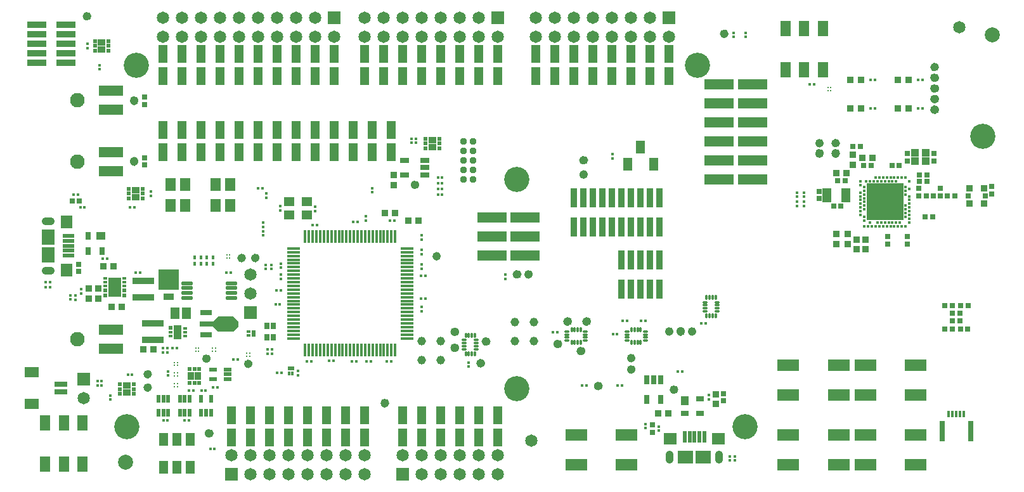
<source format=gts>
G04*
G04 #@! TF.GenerationSoftware,Altium Limited,Altium Designer,19.0.15 (446)*
G04*
G04 Layer_Color=8388736*
%FSLAX24Y24*%
%MOIN*%
G70*
G01*
G75*
%ADD114C,0.0240*%
%ADD115R,0.0375X0.0355*%
%ADD116R,0.0296X0.0257*%
%ADD117R,0.0316X0.0257*%
%ADD118R,0.0355X0.0375*%
%ADD119R,0.0257X0.0296*%
%ADD120R,0.0434X0.0395*%
%ADD121R,0.0178X0.0166*%
%ADD122O,0.0118X0.0287*%
%ADD123O,0.0287X0.0118*%
%ADD124C,0.0132*%
%ADD125O,0.0611X0.0217*%
%ADD126C,0.0148*%
%ADD127R,0.1949X0.1949*%
%ADD128R,0.0359X0.1005*%
%ADD129R,0.0532X0.0493*%
%ADD130R,0.0454X0.0769*%
%ADD131R,0.0198X0.0414*%
%ADD132R,0.0454X0.0296*%
%ADD133R,0.0296X0.0454*%
%ADD134R,0.0414X0.0198*%
%ADD135R,0.0690X0.1044*%
%ADD136R,0.0232X0.0154*%
%ADD137R,0.0232X0.0242*%
%ADD138R,0.0237X0.0198*%
%ADD139R,0.0237X0.0158*%
%ADD140R,0.0414X0.0769*%
%ADD141O,0.0157X0.0689*%
%ADD142O,0.0689X0.0157*%
%ADD143R,0.0454X0.0690*%
%ADD144R,0.0532X0.0690*%
%ADD145R,0.0532X0.0847*%
%ADD146R,0.1143X0.0611*%
%ADD147R,0.1312X0.0560*%
%ADD148R,0.0462X0.0922*%
%ADD149R,0.1560X0.0560*%
%ADD150R,0.0295X0.0374*%
%ADD151R,0.0360X0.0380*%
%ADD152R,0.0769X0.0532*%
%ADD153R,0.0670X0.0296*%
%ADD154R,0.0157X0.0354*%
%ADD155R,0.0296X0.1084*%
%ADD156C,0.0370*%
%ADD157R,0.0690X0.0611*%
%ADD158R,0.0808X0.0670*%
%ADD159R,0.0217X0.0592*%
%ADD160R,0.0611X0.0690*%
%ADD161R,0.0670X0.0808*%
%ADD162R,0.0592X0.0217*%
%ADD163R,0.0375X0.0355*%
%ADD164R,0.0288X0.0257*%
%ADD165C,0.0454*%
%ADD166C,0.0139*%
%ADD167R,0.0256X0.0276*%
%ADD168R,0.0276X0.0256*%
%ADD169R,0.0323X0.0406*%
%ADD170R,0.0209X0.0220*%
%ADD171R,0.0150X0.0209*%
%ADD172R,0.0327X0.0209*%
%ADD173R,0.0209X0.0150*%
%ADD174R,0.0209X0.0327*%
%ADD175R,0.0406X0.0323*%
%ADD176R,0.0220X0.0209*%
%ADD177R,0.0611X0.0296*%
%ADD178R,0.0729X0.0296*%
%ADD179R,0.1123X0.0375*%
%ADD180R,0.0257X0.0316*%
%ADD181R,0.0560X0.0360*%
%ADD182R,0.1060X0.1111*%
%ADD183R,0.0158X0.0202*%
%ADD184R,0.0454X0.0395*%
%ADD185R,0.0296X0.0395*%
%ADD186R,0.0395X0.0454*%
%ADD187R,0.0395X0.0296*%
%ADD188R,0.0146X0.0157*%
%ADD189R,0.0493X0.0611*%
%ADD190R,0.0157X0.0146*%
%ADD191R,0.1005X0.0359*%
%ADD192R,0.0166X0.0178*%
%ADD193C,0.0787*%
%ADD194C,0.0761*%
%ADD195O,0.0414X0.0690*%
%ADD196O,0.0690X0.0414*%
%ADD197C,0.0651*%
%ADD198R,0.0651X0.0651*%
%ADD199C,0.1320*%
%ADD200R,0.0651X0.0651*%
G36*
X11083Y-3696D02*
X11088Y-3697D01*
X11092Y-3699D01*
X11096Y-3702D01*
X11100Y-3705D01*
X11356Y-3961D01*
X11359Y-3964D01*
X11361Y-3968D01*
X11363Y-3973D01*
X11364Y-3977D01*
X11364Y-3982D01*
Y-4218D01*
X11364Y-4223D01*
X11363Y-4227D01*
X11361Y-4232D01*
X11359Y-4236D01*
X11356Y-4239D01*
X11100Y-4495D01*
X11096Y-4498D01*
X11092Y-4501D01*
X11088Y-4503D01*
X11083Y-4504D01*
X11078Y-4504D01*
X10291D01*
X10286Y-4504D01*
X10282Y-4503D01*
X10277Y-4501D01*
X10273Y-4498D01*
X10270Y-4495D01*
X10014Y-4239D01*
X10011Y-4236D01*
X10008Y-4232D01*
X10006Y-4227D01*
X10005Y-4223D01*
X10005Y-4218D01*
Y-3982D01*
X10005Y-3977D01*
X10006Y-3973D01*
X10008Y-3968D01*
X10011Y-3964D01*
X10014Y-3961D01*
X10270Y-3705D01*
X10273Y-3702D01*
X10277Y-3699D01*
X10282Y-3697D01*
X10286Y-3696D01*
X10291Y-3696D01*
X11078D01*
X11083Y-3696D01*
D02*
G37*
D114*
X20741Y3210D02*
G03*
X20741Y3210I-110J0D01*
G01*
X34360Y-7559D02*
G03*
X34360Y-7559I-110J0D01*
G01*
X30369Y-7370D02*
G03*
X30369Y-7370I-110J0D01*
G01*
X30391D02*
G03*
X30391Y-7370I-110J0D01*
G01*
X12350Y-639D02*
G03*
X12350Y-639I-110J0D01*
G01*
X11630D02*
G03*
X11630Y-639I-110J0D01*
G01*
X3501Y12070D02*
G03*
X3501Y12070I-110J0D01*
G01*
X32111Y-6500D02*
G03*
X32111Y-6500I-110J0D01*
G01*
X34110Y-4501D02*
G03*
X34110Y-4501I-110J0D01*
G01*
X35310D02*
G03*
X35310Y-4501I-110J0D01*
G01*
X32109Y-5900D02*
G03*
X32109Y-5900I-110J0D01*
G01*
X34710Y-4489D02*
G03*
X34710Y-4489I-110J0D01*
G01*
Y-4511D02*
G03*
X34710Y-4511I-110J0D01*
G01*
X5980Y7619D02*
G03*
X5980Y7619I-110J0D01*
G01*
Y7641D02*
G03*
X5980Y7641I-110J0D01*
G01*
Y4428D02*
G03*
X5980Y4428I-110J0D01*
G01*
Y4450D02*
G03*
X5980Y4450I-110J0D01*
G01*
X9780Y-5929D02*
G03*
X9780Y-5929I-110J0D01*
G01*
X19160Y-8259D02*
G03*
X19160Y-8259I-110J0D01*
G01*
Y-8281D02*
G03*
X19160Y-8281I-110J0D01*
G01*
X11979Y-6204D02*
G03*
X11979Y-6204I-110J0D01*
G01*
X6692Y-7450D02*
G03*
X6692Y-7450I-110J0D01*
G01*
Y-6750D02*
G03*
X6692Y-6750I-110J0D01*
G01*
X26099Y-1500D02*
G03*
X26099Y-1500I-110J0D01*
G01*
X26121D02*
G03*
X26121Y-1500I-110J0D01*
G01*
X26711D02*
G03*
X26711Y-1500I-110J0D01*
G01*
X37000Y11149D02*
G03*
X37000Y11149I-110J0D01*
G01*
X21881Y-549D02*
G03*
X21881Y-549I-110J0D01*
G01*
X48062Y9397D02*
G03*
X48062Y9397I-110J0D01*
G01*
X48052Y7157D02*
G03*
X48052Y7157I-110J0D01*
G01*
X48074D02*
G03*
X48074Y7157I-110J0D01*
G01*
X48052Y7717D02*
G03*
X48052Y7717I-110J0D01*
G01*
X48074D02*
G03*
X48074Y7717I-110J0D01*
G01*
X48052Y8277D02*
G03*
X48052Y8277I-110J0D01*
G01*
X48074D02*
G03*
X48074Y8277I-110J0D01*
G01*
X48052Y8837D02*
G03*
X48052Y8837I-110J0D01*
G01*
X48074D02*
G03*
X48074Y8837I-110J0D01*
G01*
X42860Y5399D02*
G03*
X42860Y5399I-110J0D01*
G01*
X42010D02*
G03*
X42010Y5399I-110J0D01*
G01*
X42860Y4871D02*
G03*
X42860Y4871I-110J0D01*
G01*
Y4849D02*
G03*
X42860Y4849I-110J0D01*
G01*
X42010Y4871D02*
G03*
X42010Y4871I-110J0D01*
G01*
Y4849D02*
G03*
X42010Y4849I-110J0D01*
G01*
X28239Y-5160D02*
G03*
X28239Y-5160I-110J0D01*
G01*
X28261D02*
G03*
X28261Y-5160I-110J0D01*
G01*
X29481Y-5530D02*
G03*
X29481Y-5530I-110J0D01*
G01*
X29459D02*
G03*
X29459Y-5530I-110J0D01*
G01*
X24211Y-6170D02*
G03*
X24211Y-6170I-110J0D01*
G01*
X24189D02*
G03*
X24189Y-6170I-110J0D01*
G01*
X24491Y-5030D02*
G03*
X24491Y-5030I-110J0D01*
G01*
X24469D02*
G03*
X24469Y-5030I-110J0D01*
G01*
X22829Y-4520D02*
G03*
X22829Y-4520I-110J0D01*
G01*
X22851D02*
G03*
X22851Y-4520I-110J0D01*
G01*
X22829Y-5360D02*
G03*
X22829Y-5360I-110J0D01*
G01*
X22851D02*
G03*
X22851Y-5360I-110J0D01*
G01*
X28759Y-3980D02*
G03*
X28759Y-3980I-110J0D01*
G01*
X28781D02*
G03*
X28781Y-3980I-110J0D01*
G01*
X29759D02*
G03*
X29759Y-3980I-110J0D01*
G01*
X29781D02*
G03*
X29781Y-3980I-110J0D01*
G01*
X29621Y4500D02*
G03*
X29621Y4500I-110J0D01*
G01*
X29599D02*
G03*
X29599Y4500I-110J0D01*
G01*
X29611Y3750D02*
G03*
X29611Y3750I-110J0D01*
G01*
X9931Y-9860D02*
G03*
X9931Y-9860I-110J0D01*
G01*
X9909D02*
G03*
X9909Y-9860I-110J0D01*
G01*
D115*
X42790Y627D02*
D03*
Y95D02*
D03*
X43381Y627D02*
D03*
Y95D02*
D03*
X43667Y4269D02*
D03*
Y4800D02*
D03*
X19530Y3194D02*
D03*
Y3726D02*
D03*
X3500Y-2776D02*
D03*
Y-2244D02*
D03*
X3970Y-2776D02*
D03*
Y-2244D02*
D03*
X36466Y-8325D02*
D03*
Y-7794D02*
D03*
X44307Y-190D02*
D03*
Y341D02*
D03*
X43844Y-190D02*
D03*
Y341D02*
D03*
D116*
X44607Y4210D02*
D03*
X44213D02*
D03*
X47860Y1523D02*
D03*
X47466D02*
D03*
X47545Y3737D02*
D03*
X47151D02*
D03*
X45704Y4210D02*
D03*
X46098D02*
D03*
X47151Y3383D02*
D03*
X47545D02*
D03*
X49697Y-4363D02*
D03*
X49303D02*
D03*
X48877D02*
D03*
X48483D02*
D03*
X42637Y2087D02*
D03*
X43031D02*
D03*
X43238Y3427D02*
D03*
X42844D02*
D03*
D117*
X44041Y5214D02*
D03*
X43667D02*
D03*
X47879Y2612D02*
D03*
X47505Y2612D02*
D03*
X49007Y2612D02*
D03*
X48633D02*
D03*
X2612Y2356D02*
D03*
X2986D02*
D03*
D118*
X44681Y4619D02*
D03*
X44149D02*
D03*
X33434Y-8800D02*
D03*
X33966D02*
D03*
X6886Y-5430D02*
D03*
X6354D02*
D03*
X5226Y-3220D02*
D03*
X4694D02*
D03*
X4260Y-1060D02*
D03*
X4792D02*
D03*
X20284Y1310D02*
D03*
X20816D02*
D03*
X19592Y1730D02*
D03*
X19060D02*
D03*
X42791Y3817D02*
D03*
X43322D02*
D03*
D119*
X46514Y4867D02*
D03*
Y4474D02*
D03*
X47914Y4474D02*
D03*
Y4867D02*
D03*
X47132Y3009D02*
D03*
Y2615D02*
D03*
X48256Y3027D02*
D03*
Y2633D02*
D03*
X50937Y2738D02*
D03*
Y3131D02*
D03*
X41884Y2874D02*
D03*
Y2480D02*
D03*
X46531Y489D02*
D03*
Y95D02*
D03*
X45468Y489D02*
D03*
Y95D02*
D03*
D120*
X47500Y4444D02*
D03*
Y4897D02*
D03*
X46929D02*
D03*
Y4444D02*
D03*
D121*
X18400Y2811D02*
D03*
Y3035D02*
D03*
X38010Y10978D02*
D03*
Y11202D02*
D03*
X20460Y5632D02*
D03*
Y5408D02*
D03*
X20683Y5632D02*
D03*
Y5408D02*
D03*
X40710Y2312D02*
D03*
Y2088D02*
D03*
X41070Y2312D02*
D03*
Y2088D02*
D03*
X14500Y-6578D02*
D03*
Y-6802D02*
D03*
X4630Y-7868D02*
D03*
Y-8092D02*
D03*
X12830Y2752D02*
D03*
Y2528D02*
D03*
X3939Y-7118D02*
D03*
Y-7342D02*
D03*
X4149D02*
D03*
Y-7118D02*
D03*
X3090Y-2502D02*
D03*
Y-2278D02*
D03*
X2800Y-2832D02*
D03*
Y-2608D02*
D03*
X25400Y-1742D02*
D03*
Y-1518D02*
D03*
X21000Y338D02*
D03*
Y562D02*
D03*
X37173Y-11067D02*
D03*
Y-11291D02*
D03*
X12660Y769D02*
D03*
Y545D02*
D03*
X12660Y1007D02*
D03*
Y1232D02*
D03*
X6740Y2842D02*
D03*
Y2618D02*
D03*
X4050Y9502D02*
D03*
Y9278D02*
D03*
X37400Y10978D02*
D03*
Y11202D02*
D03*
X13076Y-998D02*
D03*
Y-1222D02*
D03*
X3410Y10398D02*
D03*
Y10622D02*
D03*
X13133Y-5682D02*
D03*
Y-5458D02*
D03*
X12899Y-5682D02*
D03*
Y-5458D02*
D03*
X31020Y4812D02*
D03*
Y4588D02*
D03*
X7650Y-6822D02*
D03*
Y-6598D02*
D03*
D122*
X36436Y-3682D02*
D03*
X36279D02*
D03*
X36121D02*
D03*
X35964D02*
D03*
Y-2718D02*
D03*
X36121D02*
D03*
X36279D02*
D03*
X36436D02*
D03*
X32024Y-4415D02*
D03*
X32181D02*
D03*
X32339D02*
D03*
X32496D02*
D03*
Y-5065D02*
D03*
X32339D02*
D03*
X32181D02*
D03*
X32024D02*
D03*
X23776Y-5672D02*
D03*
X23619D02*
D03*
X23461D02*
D03*
X23304D02*
D03*
Y-4708D02*
D03*
X23461D02*
D03*
X23619D02*
D03*
X23776D02*
D03*
X28874Y-4415D02*
D03*
X29031D02*
D03*
X29189D02*
D03*
X29346D02*
D03*
Y-5065D02*
D03*
X29189D02*
D03*
X29031D02*
D03*
X28874D02*
D03*
D123*
X35875Y-3436D02*
D03*
Y-3279D02*
D03*
Y-3121D02*
D03*
Y-2964D02*
D03*
X36525D02*
D03*
Y-3121D02*
D03*
Y-3279D02*
D03*
Y-3436D02*
D03*
X31778Y-4976D02*
D03*
Y-4819D02*
D03*
Y-4661D02*
D03*
Y-4504D02*
D03*
X32742D02*
D03*
Y-4661D02*
D03*
Y-4819D02*
D03*
Y-4976D02*
D03*
X23215Y-5426D02*
D03*
Y-5269D02*
D03*
Y-5111D02*
D03*
Y-4954D02*
D03*
X23865D02*
D03*
Y-5111D02*
D03*
Y-5269D02*
D03*
Y-5426D02*
D03*
X28628Y-4976D02*
D03*
Y-4819D02*
D03*
Y-4661D02*
D03*
Y-4504D02*
D03*
X29592D02*
D03*
Y-4661D02*
D03*
Y-4819D02*
D03*
Y-4976D02*
D03*
D124*
X10899Y-471D02*
D03*
Y-629D02*
D03*
X10741Y-471D02*
D03*
Y-629D02*
D03*
X11937Y-5813D02*
D03*
X11779D02*
D03*
X11937Y-5655D02*
D03*
X11779D02*
D03*
X9259Y-5539D02*
D03*
X9101D02*
D03*
X9259Y-5381D02*
D03*
X9101D02*
D03*
X10149Y-5539D02*
D03*
X9991D02*
D03*
X10149Y-5381D02*
D03*
X9991D02*
D03*
X7991Y-7241D02*
D03*
X8149D02*
D03*
X7991Y-7399D02*
D03*
X8149D02*
D03*
X7991Y-6686D02*
D03*
X8149D02*
D03*
X7991Y-6844D02*
D03*
X8149D02*
D03*
X7991Y-6131D02*
D03*
X8149D02*
D03*
X7991Y-6289D02*
D03*
X8149D02*
D03*
X42497Y8160D02*
D03*
X42340D02*
D03*
X42497Y8317D02*
D03*
X42340D02*
D03*
D125*
X10981Y-2734D02*
D03*
Y-2478D02*
D03*
Y-2222D02*
D03*
Y-1966D02*
D03*
X8659Y-2734D02*
D03*
Y-2478D02*
D03*
Y-2222D02*
D03*
Y-1966D02*
D03*
D126*
X46226Y3590D02*
D03*
X44848D02*
D03*
X45045D02*
D03*
X45242D02*
D03*
X45438D02*
D03*
X45635D02*
D03*
X45832D02*
D03*
X46029D02*
D03*
X46423D02*
D03*
X44060Y3393D02*
D03*
X44356D02*
D03*
X44553D02*
D03*
X44749D02*
D03*
X44946D02*
D03*
X45143D02*
D03*
X45340D02*
D03*
X45537D02*
D03*
X45734D02*
D03*
X45931D02*
D03*
X46620D02*
D03*
X46423Y3097D02*
D03*
X44060Y3196D02*
D03*
X44257Y3097D02*
D03*
X46620Y2999D02*
D03*
X44257Y2901D02*
D03*
X46423D02*
D03*
X44060Y2802D02*
D03*
X44257Y2704D02*
D03*
X46423D02*
D03*
X44060Y2605D02*
D03*
X46620D02*
D03*
X44257Y2507D02*
D03*
X44060Y2408D02*
D03*
X46620D02*
D03*
X44257Y2310D02*
D03*
X44060Y2212D02*
D03*
X46620D02*
D03*
X44257Y2113D02*
D03*
X46423D02*
D03*
X44060Y2015D02*
D03*
X46620D02*
D03*
X44257Y1916D02*
D03*
X46423D02*
D03*
X44060Y1818D02*
D03*
X46620D02*
D03*
X46423Y1719D02*
D03*
X44060Y1621D02*
D03*
X46620D02*
D03*
X44257Y1523D02*
D03*
X46423D02*
D03*
X46620Y1424D02*
D03*
X44257Y1326D02*
D03*
X44553Y1227D02*
D03*
X44946D02*
D03*
X45143D02*
D03*
X45340D02*
D03*
X45537D02*
D03*
X45734D02*
D03*
X45931D02*
D03*
X46127D02*
D03*
X46620D02*
D03*
X44257Y1030D02*
D03*
X44454D02*
D03*
X44651D02*
D03*
X44848D02*
D03*
X45045D02*
D03*
X45242D02*
D03*
X45438D02*
D03*
X45635D02*
D03*
X45832D02*
D03*
X46029D02*
D03*
X46226D02*
D03*
X46423D02*
D03*
D127*
X45340Y2310D02*
D03*
D128*
X31500Y2518D02*
D03*
X32000D02*
D03*
X32500D02*
D03*
X33000D02*
D03*
X33500D02*
D03*
X31500Y982D02*
D03*
X32000D02*
D03*
X32500D02*
D03*
X33000D02*
D03*
X33500D02*
D03*
X31000D02*
D03*
X30500D02*
D03*
X30000D02*
D03*
X29500D02*
D03*
X29000D02*
D03*
X31000Y2518D02*
D03*
X30500D02*
D03*
X30000D02*
D03*
X29500D02*
D03*
X29000D02*
D03*
X31500Y-2268D02*
D03*
X32000D02*
D03*
X32500D02*
D03*
X31500Y-732D02*
D03*
X32000D02*
D03*
X32500D02*
D03*
X33000Y-2268D02*
D03*
X33500D02*
D03*
X33000Y-732D02*
D03*
X33500D02*
D03*
D129*
X14946Y1609D02*
D03*
Y2311D02*
D03*
X14006Y1609D02*
D03*
Y2311D02*
D03*
D130*
X42292Y2667D02*
D03*
X43276D02*
D03*
D131*
X9394Y-8026D02*
D03*
X9906D02*
D03*
Y-8774D02*
D03*
X9650D02*
D03*
X9394D02*
D03*
X7666Y-8774D02*
D03*
X7410D02*
D03*
X7154D02*
D03*
Y-8026D02*
D03*
X7410D02*
D03*
X7666D02*
D03*
X8786Y-8774D02*
D03*
X8530D02*
D03*
X8274D02*
D03*
Y-8026D02*
D03*
X8530D02*
D03*
X8786D02*
D03*
D132*
X20099Y3736D02*
D03*
Y4484D02*
D03*
X21161D02*
D03*
Y4110D02*
D03*
Y3736D02*
D03*
D133*
X33564Y-8091D02*
D03*
X32816D02*
D03*
Y-7028D02*
D03*
X33190D02*
D03*
X33564D02*
D03*
D134*
X10026Y-7006D02*
D03*
Y-6494D02*
D03*
X10774D02*
D03*
Y-6750D02*
D03*
Y-7006D02*
D03*
D135*
X4860Y-2160D02*
D03*
D136*
X4360Y-1707D02*
D03*
Y-1904D02*
D03*
Y-2101D02*
D03*
X5360D02*
D03*
Y-1904D02*
D03*
Y-1707D02*
D03*
D137*
X4360Y-2357D02*
D03*
Y-2613D02*
D03*
X5360D02*
D03*
Y-2357D02*
D03*
D138*
X7776Y-4323D02*
D03*
D139*
Y-4540D02*
D03*
Y-4737D02*
D03*
X8544D02*
D03*
Y-4540D02*
D03*
Y-4343D02*
D03*
D140*
X8160Y-4540D02*
D03*
D141*
X14864Y-5482D02*
D03*
X15061D02*
D03*
X15258D02*
D03*
X15454D02*
D03*
X15651D02*
D03*
X15848D02*
D03*
X16045D02*
D03*
X16242D02*
D03*
X16439D02*
D03*
X16636D02*
D03*
X16832D02*
D03*
X17029D02*
D03*
X17226D02*
D03*
X17423D02*
D03*
X17620D02*
D03*
X17817D02*
D03*
X18013D02*
D03*
X18210D02*
D03*
X18407D02*
D03*
X18604D02*
D03*
X18801D02*
D03*
X18998D02*
D03*
X19195D02*
D03*
X19391D02*
D03*
X19588D02*
D03*
Y482D02*
D03*
X19391D02*
D03*
X19195D02*
D03*
X18998D02*
D03*
X18801D02*
D03*
X18604D02*
D03*
X18407D02*
D03*
X18210D02*
D03*
X18013D02*
D03*
X17817D02*
D03*
X17620D02*
D03*
X17423D02*
D03*
X17226D02*
D03*
X17029D02*
D03*
X16832D02*
D03*
X16636D02*
D03*
X16439D02*
D03*
X16242D02*
D03*
X16045D02*
D03*
X15848D02*
D03*
X15651D02*
D03*
X15454D02*
D03*
X15258D02*
D03*
X15061D02*
D03*
X14864D02*
D03*
D142*
X20208Y-4862D02*
D03*
Y-4665D02*
D03*
Y-4469D02*
D03*
Y-4272D02*
D03*
Y-4075D02*
D03*
Y-3878D02*
D03*
Y-3681D02*
D03*
Y-3484D02*
D03*
Y-3287D02*
D03*
Y-3091D02*
D03*
Y-2894D02*
D03*
Y-2697D02*
D03*
Y-2500D02*
D03*
Y-2303D02*
D03*
Y-2106D02*
D03*
Y-1909D02*
D03*
Y-1713D02*
D03*
Y-1516D02*
D03*
Y-1319D02*
D03*
Y-1122D02*
D03*
Y-925D02*
D03*
Y-728D02*
D03*
Y-531D02*
D03*
Y-335D02*
D03*
Y-138D02*
D03*
X14244D02*
D03*
Y-335D02*
D03*
Y-531D02*
D03*
Y-728D02*
D03*
Y-925D02*
D03*
Y-1122D02*
D03*
Y-1319D02*
D03*
Y-1516D02*
D03*
Y-1713D02*
D03*
Y-1909D02*
D03*
Y-2106D02*
D03*
Y-2303D02*
D03*
Y-2500D02*
D03*
Y-2697D02*
D03*
Y-2894D02*
D03*
Y-3091D02*
D03*
Y-3287D02*
D03*
Y-3484D02*
D03*
Y-3681D02*
D03*
Y-3878D02*
D03*
Y-4075D02*
D03*
Y-4272D02*
D03*
Y-4469D02*
D03*
Y-4665D02*
D03*
Y-4862D02*
D03*
D143*
X8809Y-10172D02*
D03*
X8120D02*
D03*
X7431D02*
D03*
Y-11628D02*
D03*
X8120D02*
D03*
X8809D02*
D03*
X32500Y5203D02*
D03*
X31811Y4297D02*
D03*
X33189D02*
D03*
D144*
X7775Y3211D02*
D03*
X8563Y2109D02*
D03*
X7775D02*
D03*
X10137D02*
D03*
X10925D02*
D03*
X8563Y3211D02*
D03*
X10137D02*
D03*
X10925D02*
D03*
D145*
X3160Y-9307D02*
D03*
X1192D02*
D03*
X2176D02*
D03*
Y-11473D02*
D03*
X1192D02*
D03*
X3160D02*
D03*
X40106Y9247D02*
D03*
X42074D02*
D03*
X41090D02*
D03*
Y11413D02*
D03*
X42074D02*
D03*
X40106D02*
D03*
D146*
X31759Y-11515D02*
D03*
Y-9940D02*
D03*
X29101Y-11515D02*
D03*
Y-9940D02*
D03*
X46964Y-11515D02*
D03*
Y-9940D02*
D03*
X44307Y-11515D02*
D03*
Y-9940D02*
D03*
X42924Y-11515D02*
D03*
Y-9940D02*
D03*
X40267Y-11515D02*
D03*
Y-9940D02*
D03*
X44307Y-6268D02*
D03*
Y-7843D02*
D03*
X46964Y-6268D02*
D03*
Y-7843D02*
D03*
X40267Y-6268D02*
D03*
Y-7843D02*
D03*
X42924Y-6268D02*
D03*
Y-7843D02*
D03*
D147*
X4650Y8157D02*
D03*
Y7157D02*
D03*
Y4929D02*
D03*
Y3929D02*
D03*
Y-4410D02*
D03*
Y-5410D02*
D03*
D148*
X31000Y8923D02*
D03*
Y10077D02*
D03*
X27000Y8923D02*
D03*
X30000D02*
D03*
X29000Y8923D02*
D03*
X34000Y8923D02*
D03*
X33000D02*
D03*
X27000Y10077D02*
D03*
X30000D02*
D03*
X29000D02*
D03*
X34000D02*
D03*
X33000D02*
D03*
X28000Y8923D02*
D03*
X32000D02*
D03*
X28000Y10077D02*
D03*
X32000D02*
D03*
X7400Y8923D02*
D03*
X13400D02*
D03*
X7400Y10077D02*
D03*
X13400D02*
D03*
X8400Y8923D02*
D03*
X9400Y8923D02*
D03*
X11400D02*
D03*
X12400D02*
D03*
X15400D02*
D03*
X16400D02*
D03*
X8400Y10077D02*
D03*
X9400D02*
D03*
X11400D02*
D03*
X12400D02*
D03*
X15400D02*
D03*
X16400D02*
D03*
X10400Y8923D02*
D03*
X14400Y8923D02*
D03*
X10400Y10077D02*
D03*
X14400D02*
D03*
X22000Y8923D02*
D03*
Y10077D02*
D03*
X18000Y8923D02*
D03*
X21000D02*
D03*
X20000Y8923D02*
D03*
X25000Y8923D02*
D03*
X24000D02*
D03*
X18000Y10077D02*
D03*
X21000D02*
D03*
X20000D02*
D03*
X25000D02*
D03*
X24000D02*
D03*
X19000Y8923D02*
D03*
X23000D02*
D03*
X19000Y10077D02*
D03*
X23000D02*
D03*
X23000Y-8923D02*
D03*
X23000Y-10077D02*
D03*
X25000Y-8923D02*
D03*
X24000D02*
D03*
X21000D02*
D03*
X20000D02*
D03*
X25000Y-10077D02*
D03*
X24000D02*
D03*
X21000D02*
D03*
X20000D02*
D03*
X22000Y-8923D02*
D03*
Y-10077D02*
D03*
X14000Y-8923D02*
D03*
Y-10077D02*
D03*
X18000Y-8923D02*
D03*
X15000D02*
D03*
X16000Y-8923D02*
D03*
X11000Y-8923D02*
D03*
X12000D02*
D03*
X18000Y-10077D02*
D03*
X15000D02*
D03*
X16000D02*
D03*
X11000D02*
D03*
X12000D02*
D03*
X17000Y-8923D02*
D03*
X13000D02*
D03*
X17000Y-10077D02*
D03*
X13000D02*
D03*
X19400Y6077D02*
D03*
Y4923D02*
D03*
X18400Y6077D02*
D03*
Y4923D02*
D03*
X17400Y6077D02*
D03*
Y4923D02*
D03*
X13400Y6077D02*
D03*
Y4923D02*
D03*
X14400Y6077D02*
D03*
Y4923D02*
D03*
X8400Y6077D02*
D03*
Y4923D02*
D03*
X9400D02*
D03*
Y6077D02*
D03*
X10400Y4923D02*
D03*
Y6077D02*
D03*
X12400Y4923D02*
D03*
Y6077D02*
D03*
X11400Y4923D02*
D03*
Y6077D02*
D03*
X7400D02*
D03*
Y4923D02*
D03*
X16400D02*
D03*
Y6077D02*
D03*
X15400Y4923D02*
D03*
Y6077D02*
D03*
D149*
X24675Y1500D02*
D03*
X26425D02*
D03*
X24675Y500D02*
D03*
X26425D02*
D03*
X24675Y-500D02*
D03*
X26425D02*
D03*
X36625Y8500D02*
D03*
X38375D02*
D03*
X36625Y7500D02*
D03*
X38375D02*
D03*
X36625Y6500D02*
D03*
X38375D02*
D03*
X36625Y5500D02*
D03*
X38375D02*
D03*
X36625Y4500D02*
D03*
X38375D02*
D03*
X36625Y3500D02*
D03*
X38375D02*
D03*
D150*
X12849Y-4225D02*
D03*
Y-4795D02*
D03*
X13183D02*
D03*
Y-4225D02*
D03*
D151*
X46583Y7227D02*
D03*
X46033D02*
D03*
X44083D02*
D03*
X43533D02*
D03*
X46583Y8727D02*
D03*
X46033D02*
D03*
X44083D02*
D03*
X43533D02*
D03*
D152*
X484Y-8297D02*
D03*
Y-6643D02*
D03*
D153*
X2010Y-7667D02*
D03*
Y-7273D02*
D03*
D154*
X49487Y-8827D02*
D03*
X48700D02*
D03*
X48897D02*
D03*
X49094D02*
D03*
X49290D02*
D03*
D155*
X48346Y-9733D02*
D03*
X49842D02*
D03*
D156*
X23175Y3500D02*
D03*
Y4000D02*
D03*
Y4500D02*
D03*
Y5000D02*
D03*
Y5500D02*
D03*
X23675D02*
D03*
Y5000D02*
D03*
Y4500D02*
D03*
Y4000D02*
D03*
Y3500D02*
D03*
D157*
X34067Y-10135D02*
D03*
X36586D02*
D03*
D158*
X35799Y-11100D02*
D03*
X34854D02*
D03*
D159*
X35838Y-10046D02*
D03*
X35582D02*
D03*
X34815D02*
D03*
X35071D02*
D03*
X35326D02*
D03*
D160*
X2330Y1260D02*
D03*
Y-1260D02*
D03*
D161*
X1365Y-472D02*
D03*
Y472D02*
D03*
D162*
X2418Y-512D02*
D03*
Y-256D02*
D03*
Y512D02*
D03*
Y256D02*
D03*
Y-0D02*
D03*
D163*
X49793Y2211D02*
D03*
Y3018D02*
D03*
X50541D02*
D03*
Y2211D02*
D03*
D164*
X49710Y2615D02*
D03*
X50623D02*
D03*
D165*
X22000Y-5000D02*
D03*
X21000D02*
D03*
X22000Y-6000D02*
D03*
X21000D02*
D03*
X26900Y-4000D02*
D03*
Y-5000D02*
D03*
X25900Y-4000D02*
D03*
X25900Y-5000D02*
D03*
D166*
X20753Y3210D02*
D03*
X20507D02*
D03*
X34250Y-7437D02*
D03*
Y-7683D02*
D03*
X30137Y-7370D02*
D03*
X30403D02*
D03*
X12240Y-517D02*
D03*
Y-763D02*
D03*
X11520Y-517D02*
D03*
Y-763D02*
D03*
X3513Y12070D02*
D03*
X3267D02*
D03*
X32123Y-6500D02*
D03*
X31877D02*
D03*
X34000Y-4623D02*
D03*
Y-4377D02*
D03*
X35200Y-4623D02*
D03*
Y-4377D02*
D03*
X31877Y-5900D02*
D03*
X32123D02*
D03*
X34600Y-4367D02*
D03*
Y-4633D02*
D03*
X5870Y7497D02*
D03*
Y7763D02*
D03*
Y4306D02*
D03*
Y4572D02*
D03*
X9670Y-5807D02*
D03*
Y-6053D02*
D03*
X19050Y-8137D02*
D03*
Y-8403D02*
D03*
X11991Y-6204D02*
D03*
X11745D02*
D03*
X6704Y-7450D02*
D03*
X6458D02*
D03*
X6704Y-6750D02*
D03*
X6458D02*
D03*
X25867Y-1500D02*
D03*
X26133D02*
D03*
X26723D02*
D03*
X26477D02*
D03*
X36890Y11027D02*
D03*
Y11273D02*
D03*
X21771Y-427D02*
D03*
Y-673D02*
D03*
X47830Y9397D02*
D03*
X48076D02*
D03*
X47820Y7157D02*
D03*
X48086D02*
D03*
X47820Y7717D02*
D03*
X48086D02*
D03*
X47820Y8277D02*
D03*
X48086D02*
D03*
X47820Y8837D02*
D03*
X48086D02*
D03*
X42750Y5277D02*
D03*
Y5523D02*
D03*
X41900Y5277D02*
D03*
Y5523D02*
D03*
X42750Y4993D02*
D03*
Y4727D02*
D03*
X41900Y4993D02*
D03*
Y4727D02*
D03*
X28007Y-5160D02*
D03*
X28273D02*
D03*
X29493Y-5530D02*
D03*
X29227D02*
D03*
X24223Y-6170D02*
D03*
X23957D02*
D03*
X24503Y-5030D02*
D03*
X24237D02*
D03*
X22597Y-4520D02*
D03*
X22863D02*
D03*
X22597Y-5360D02*
D03*
X22863D02*
D03*
X28527Y-3980D02*
D03*
X28793D02*
D03*
X29527D02*
D03*
X29793D02*
D03*
X29633Y4500D02*
D03*
X29367D02*
D03*
X29377Y3750D02*
D03*
X29623D02*
D03*
X9943Y-9860D02*
D03*
X9677D02*
D03*
D167*
X6430Y7433D02*
D03*
Y7827D02*
D03*
Y4242D02*
D03*
Y4636D02*
D03*
X49290Y-3947D02*
D03*
Y-3553D02*
D03*
X48900Y-3947D02*
D03*
Y-3553D02*
D03*
D168*
X49705Y-3130D02*
D03*
X49312D02*
D03*
X48492D02*
D03*
X48885D02*
D03*
D169*
X8849Y-6848D02*
D03*
X9223D02*
D03*
D170*
X9292Y-7204D02*
D03*
X9036D02*
D03*
X8780D02*
D03*
Y-6492D02*
D03*
X9036D02*
D03*
X9292D02*
D03*
D171*
X14199Y-6718D02*
D03*
X14021D02*
D03*
D172*
X14110Y-6442D02*
D03*
D173*
X11872Y-4699D02*
D03*
Y-4521D02*
D03*
D174*
X12148Y-4610D02*
D03*
D175*
X5480Y-7717D02*
D03*
Y-7343D02*
D03*
X5950Y2563D02*
D03*
Y2937D02*
D03*
X4160Y10697D02*
D03*
Y10323D02*
D03*
X21553Y5567D02*
D03*
Y5193D02*
D03*
D176*
X5836Y-7274D02*
D03*
Y-7530D02*
D03*
Y-7786D02*
D03*
X5124D02*
D03*
Y-7530D02*
D03*
Y-7274D02*
D03*
X6306Y3006D02*
D03*
Y2750D02*
D03*
Y2494D02*
D03*
X5594D02*
D03*
Y2750D02*
D03*
Y3006D02*
D03*
X3804Y10254D02*
D03*
Y10510D02*
D03*
Y10766D02*
D03*
X4516D02*
D03*
Y10510D02*
D03*
Y10254D02*
D03*
X21197Y5124D02*
D03*
Y5380D02*
D03*
Y5636D02*
D03*
X21910D02*
D03*
Y5380D02*
D03*
Y5124D02*
D03*
D177*
X9641Y-3509D02*
D03*
Y-4691D02*
D03*
D178*
X9700Y-4100D02*
D03*
D179*
X6850Y-4953D02*
D03*
Y-4087D02*
D03*
X6340Y-2723D02*
D03*
Y-1857D02*
D03*
D180*
X2936Y-1357D02*
D03*
Y-983D02*
D03*
X36856Y-7763D02*
D03*
Y-8137D02*
D03*
X33113Y-9423D02*
D03*
Y-9797D02*
D03*
D181*
X7680Y-2690D02*
D03*
D182*
Y-1764D02*
D03*
D183*
X9690Y-947D02*
D03*
Y-616D02*
D03*
X9050Y-947D02*
D03*
Y-616D02*
D03*
X10010Y-947D02*
D03*
Y-616D02*
D03*
X9370Y-947D02*
D03*
Y-616D02*
D03*
D184*
X4121Y534D02*
D03*
D185*
X3452D02*
D03*
Y-274D02*
D03*
X4200D02*
D03*
D186*
X34804Y-8134D02*
D03*
D187*
Y-8803D02*
D03*
X35611D02*
D03*
Y-8055D02*
D03*
D188*
X8528Y-9190D02*
D03*
X8752D02*
D03*
X10028Y-7430D02*
D03*
X10252D02*
D03*
X9408Y-7610D02*
D03*
X9632D02*
D03*
X7408Y-9190D02*
D03*
X7632D02*
D03*
X7398Y-5600D02*
D03*
X7622D02*
D03*
X10952Y-1400D02*
D03*
X10728D02*
D03*
X5958D02*
D03*
X6182D02*
D03*
X2684Y2697D02*
D03*
X2908D02*
D03*
X1216Y-2190D02*
D03*
X1441D02*
D03*
X4234Y-660D02*
D03*
X4458D02*
D03*
X3262Y2020D02*
D03*
X3038D02*
D03*
X35902Y-4070D02*
D03*
X35678D02*
D03*
X31262Y-4640D02*
D03*
X31038D02*
D03*
X28102Y-4550D02*
D03*
X27878D02*
D03*
X20958Y-2760D02*
D03*
X21182D02*
D03*
X19548Y1330D02*
D03*
X19324D02*
D03*
X19148Y-6070D02*
D03*
X19372D02*
D03*
X17608Y1250D02*
D03*
X17384D02*
D03*
X16352Y-6050D02*
D03*
X16128D02*
D03*
X15488Y1080D02*
D03*
X15264D02*
D03*
X14944Y-6060D02*
D03*
X15168D02*
D03*
X13304Y-3080D02*
D03*
X13528D02*
D03*
X13568Y-2350D02*
D03*
X13344D02*
D03*
D189*
X8015Y-3530D02*
D03*
X8605D02*
D03*
D190*
X2520Y-2822D02*
D03*
Y-2598D02*
D03*
X32765Y-9363D02*
D03*
Y-9587D02*
D03*
X37443Y-11067D02*
D03*
Y-11291D02*
D03*
X36076Y-8072D02*
D03*
Y-7847D02*
D03*
X33463Y-9722D02*
D03*
Y-9497D02*
D03*
X40710Y2802D02*
D03*
Y2578D02*
D03*
X41070Y2578D02*
D03*
Y2802D02*
D03*
X23460Y-6128D02*
D03*
Y-6352D02*
D03*
X21000Y-432D02*
D03*
Y-208D02*
D03*
Y-1202D02*
D03*
Y-978D02*
D03*
Y-3442D02*
D03*
Y-3218D02*
D03*
X18056Y1328D02*
D03*
Y1552D02*
D03*
X15386Y1828D02*
D03*
Y2052D02*
D03*
X13566Y2082D02*
D03*
Y1858D02*
D03*
X13596Y-928D02*
D03*
Y-1152D02*
D03*
X12796Y-998D02*
D03*
Y-1222D02*
D03*
X13596Y-1508D02*
D03*
Y-1732D02*
D03*
D191*
X762Y9640D02*
D03*
Y10640D02*
D03*
Y10140D02*
D03*
Y11140D02*
D03*
Y11640D02*
D03*
X2298Y9640D02*
D03*
Y10140D02*
D03*
Y10640D02*
D03*
Y11140D02*
D03*
Y11640D02*
D03*
D192*
X12388Y3020D02*
D03*
X12612D02*
D03*
X34672Y-6610D02*
D03*
X34448D02*
D03*
X31772Y-3940D02*
D03*
X31548D02*
D03*
X32528D02*
D03*
X32752D02*
D03*
X22062Y3600D02*
D03*
X21838D02*
D03*
Y3300D02*
D03*
X22062D02*
D03*
X21838Y3000D02*
D03*
X22062D02*
D03*
X21838Y2700D02*
D03*
X22062D02*
D03*
X13398Y-6690D02*
D03*
X13622D02*
D03*
X10092Y-10680D02*
D03*
X9868D02*
D03*
X11312Y-5960D02*
D03*
X11088D02*
D03*
X5762Y-6770D02*
D03*
X5538D02*
D03*
X7878Y-5380D02*
D03*
X8102D02*
D03*
X7388Y-5380D02*
D03*
X7612D02*
D03*
X1216Y-1910D02*
D03*
X1441D02*
D03*
X31502Y-7350D02*
D03*
X31278D02*
D03*
X47311Y7227D02*
D03*
X47086D02*
D03*
X44821D02*
D03*
X44596D02*
D03*
X29428Y-7350D02*
D03*
X29652D02*
D03*
X47311Y8727D02*
D03*
X47086D02*
D03*
X44821D02*
D03*
X44596D02*
D03*
X5872Y2040D02*
D03*
X5648D02*
D03*
X20958Y-1580D02*
D03*
X21182D02*
D03*
X18302Y-6060D02*
D03*
X18078D02*
D03*
X17318D02*
D03*
X17542D02*
D03*
X41398Y8490D02*
D03*
X41622D02*
D03*
X8972Y-7610D02*
D03*
X8748D02*
D03*
D193*
X50973Y11100D02*
D03*
X5411Y-11380D02*
D03*
D194*
X2880Y7657D02*
D03*
Y4429D02*
D03*
Y-4910D02*
D03*
D195*
X34027Y-11100D02*
D03*
X36626D02*
D03*
D196*
X1365Y1299D02*
D03*
Y-1299D02*
D03*
D197*
X26750Y-10250D02*
D03*
X49250Y11500D02*
D03*
X3220Y-8010D02*
D03*
X12000Y-2500D02*
D03*
Y-1500D02*
D03*
X7400Y12000D02*
D03*
Y11000D02*
D03*
X8400D02*
D03*
Y12000D02*
D03*
X10400D02*
D03*
Y11000D02*
D03*
X11400D02*
D03*
Y12000D02*
D03*
X13400Y11000D02*
D03*
Y12000D02*
D03*
X16400Y11000D02*
D03*
X15400Y12000D02*
D03*
Y11000D02*
D03*
X14400Y12000D02*
D03*
Y11000D02*
D03*
X12400Y12000D02*
D03*
Y11000D02*
D03*
X9400D02*
D03*
Y12000D02*
D03*
X27000D02*
D03*
Y11000D02*
D03*
X30000D02*
D03*
Y12000D02*
D03*
X32000Y11000D02*
D03*
Y12000D02*
D03*
X33000Y11000D02*
D03*
Y12000D02*
D03*
X34000Y11000D02*
D03*
X31000Y12000D02*
D03*
Y11000D02*
D03*
X29000Y12000D02*
D03*
Y11000D02*
D03*
X28000D02*
D03*
Y12000D02*
D03*
X18000D02*
D03*
Y11000D02*
D03*
X21000D02*
D03*
Y12000D02*
D03*
X23000Y11000D02*
D03*
Y12000D02*
D03*
X24000Y11000D02*
D03*
Y12000D02*
D03*
X25000Y11000D02*
D03*
X22000Y12000D02*
D03*
Y11000D02*
D03*
X20000Y12000D02*
D03*
Y11000D02*
D03*
X19000D02*
D03*
Y12000D02*
D03*
X18000Y-12000D02*
D03*
Y-11000D02*
D03*
X15000D02*
D03*
Y-12000D02*
D03*
X13000Y-11000D02*
D03*
Y-12000D02*
D03*
X12000Y-11000D02*
D03*
Y-12000D02*
D03*
X11000Y-11000D02*
D03*
X14000Y-12000D02*
D03*
Y-11000D02*
D03*
X16000Y-12000D02*
D03*
Y-11000D02*
D03*
X17000D02*
D03*
Y-12000D02*
D03*
X25000Y-11000D02*
D03*
Y-12000D02*
D03*
X23000Y-11000D02*
D03*
Y-12000D02*
D03*
X20000Y-11000D02*
D03*
X21000Y-12000D02*
D03*
Y-11000D02*
D03*
X22000Y-12000D02*
D03*
Y-11000D02*
D03*
X24000Y-12000D02*
D03*
Y-11000D02*
D03*
D198*
X3220Y-7010D02*
D03*
X12000Y-3500D02*
D03*
D199*
X50500Y5750D02*
D03*
X26000Y-7500D02*
D03*
Y3500D02*
D03*
X5500Y-9500D02*
D03*
X6000Y9500D02*
D03*
X38000Y-9500D02*
D03*
X35500Y9500D02*
D03*
D200*
X16400Y12000D02*
D03*
X34000D02*
D03*
X25000D02*
D03*
X11000Y-12000D02*
D03*
X20000D02*
D03*
M02*

</source>
